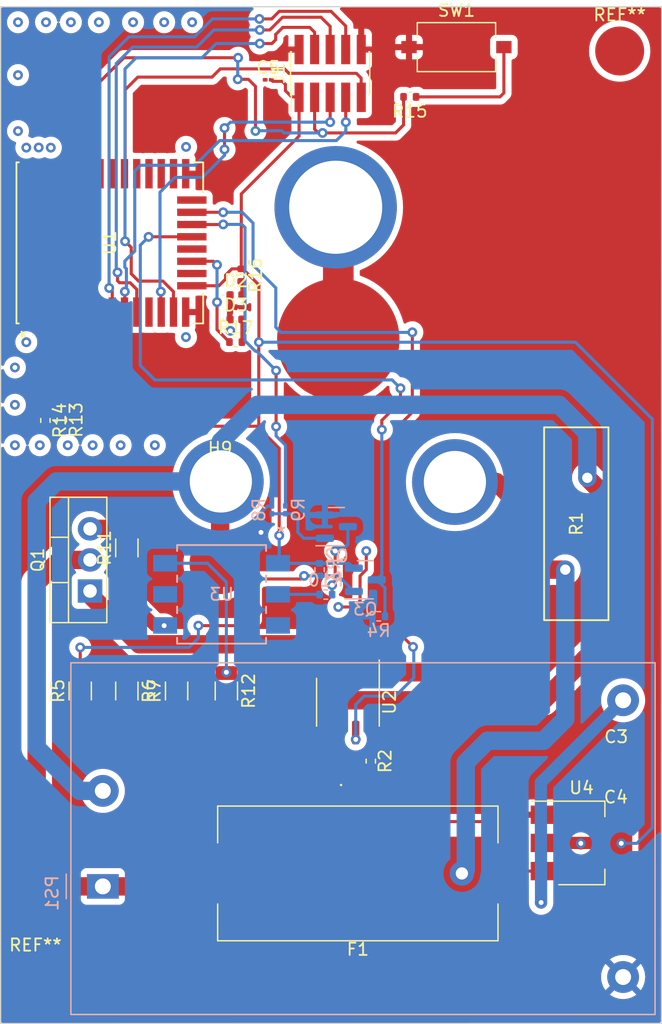
<source format=kicad_pcb>
(kicad_pcb (version 20221018) (generator pcbnew)
  (layers (0 "F.Cu" signal) (31 "B.Cu" signal) (34 "B.Paste" user) (35 "F.Paste" user) (36 "B.SilkS" user "B.Silkscreen") (37 "F.SilkS" user "F.Silkscreen") (38 "B.Mask" user) (39 "F.Mask" user) (44 "Edge.Cuts" user))
  (net 0 "")
  (net 15 "GND")
  (net 16 "+5v")
  (net 17 "Net-(U2-FILTER)")
  (net 18 "Net-(D1-A)")
  (net 19 "Phase_OUT")
  (net 20 "Neutral")
  (net 21 "Current_monitor")
  (net 22 "+3.3v")
  (net 23 "Phase_SCR")
  (net 24 "Phase_IN")
  (net 25 "Earth")
  (net 26 "Net-(Q1-G)")
  (net 27 "Net-(Q2-B)")
  (net 28 "Net-(Q2-C)")
  (net 29 "Net-(Q3-B)")
  (net 30 "ZCR_OUT")
  (net 31 "Net-(R5-Pad1)")
  (net 32 "Net-(R6-Pad1)")
  (net 33 "PWM_IN")
  (net 34 "Net-(U3-CATHODE)")
  (net 35 "Net-(R11-Pad1)")
  (net 36 "Net-(R12-Pad1)")
  (net 37 "Net-(D2-A)")
  (net 38 "Net-(D3-A)")
  (net 39 "PTI_FRAME")
  (net 40 "SWCLK")
  (net 41 "SWDIO")
  (net 42 "SW0")
  (net 43 "TX")
  (net 44 "RX")
  (net 45 "RESET")
  (net 46 "SCL")
  (net 47 "SDA")
  (net 48 "Net-(SW1A-B)")
  (net 49 "Status_led")
  (net 50 "PTI_DATA")
  (footprint "Button_Switch_SMD:SW_Tactile_SPST_NO_Straight_CK_PTS636Sx25SMTRLFS" (layer "F.Cu") (at 173.736 56.642)
    (fp_text reference "SW1")
    (fp_text value "SW_DPST_x2")
  )
  (footprint "Resistor_SMD:R_1206_3216Metric" (layer "F.Cu") (at 154.94 109.22 -90)
    (fp_text reference "R12")
    (fp_text value "330R")
  )
  (footprint "Mounting_Wuerth:Mounting_Wuerth_WA-SMSI-M1.6_H5mm_ThreadDepth2mm_NoNPTH_97730506330" (layer "F.Cu") (at 139.342183 132.922183)
    (fp_text reference "REF**")
    (fp_text value "Mounting_Wuerth_WA-SMSI-M1.6_H5mm_ThreadDepth2mm_NoNPTH_97730506330" hide)
  )
  (footprint "MountingHole:MountingHole_8.4mm_M8_Pad" (layer "F.Cu") (at 154.432 98.806)
    (fp_text reference "H9")
    (fp_text value "Neutral")
  )
  (footprint "MountingHole:MountingHole_8.4mm_M8_Pad" (layer "F.Cu") (at 173.61 92.16)
    (fp_text reference "H3" hide)
    (fp_text value "Phase_IN" hide)
  )
  (footprint "Package_SO:SOIC-8_3.9x4.9mm_P1.27mm" (layer "F.Cu") (at 164.87 110.14 -90)
    (fp_text reference "U2")
    (fp_text value "ACS712xLCTR-05B")
  )
  (footprint "Mounting_Wuerth:Mounting_Wuerth_WA-SMSI-M1.6_H5mm_ThreadDepth2mm_NoNPTH_97730506330" (layer "F.Cu") (at 187.07 56.96)
    (fp_text reference "REF**")
    (fp_text value "Mounting_Wuerth_WA-SMSI-M1.6_H5mm_ThreadDepth2mm_NoNPTH_97730506330" hide)
  )
  (footprint "Fuse:Fuseholder_Cylinder-5x20mm_Schurter_OGN-SMD_Horizontal_Open" (layer "F.Cu") (at 165.68 124.12 180)
    (fp_text reference "F1")
    (fp_text value "Polyfuse")
  )
  (footprint "MountingHole:MountingHole_8.4mm_M8_Pad" (layer "F.Cu") (at 164.084 80.518)
    (fp_text reference "H8")
    (fp_text value "Earth")
  )
  (footprint "Capacitor_SMD:C_01005_0402Metric" (layer "F.Cu") (at 163.576 115.57 180)
    (fp_text reference "C2" hide)
    (fp_text value "1nf")
  )
  (footprint "MountingHole:MountingHole_8.4mm_M8_Pad" (layer "F.Cu") (at 154.49 92.11)
    (fp_text reference "H2" hide)
    (fp_text value "Neutral" hide)
  )
  (footprint "LED_SMD:LED_0402_1005Metric" (layer "F.Cu") (at 155.725 76.89)
    (fp_text reference "D2")
    (fp_text value "LED")
  )
  (footprint "Capacitor_SMD:C_0201_0603Metric" (layer "F.Cu") (at 186.78 115.88)
    (fp_text reference "C4")
    (fp_text value "100nf")
  )
  (footprint "Capacitor_SMD:C_01005_0402Metric" (layer "F.Cu") (at 158.36 59.31)
    (fp_text reference "C5")
    (fp_text value "100nf")
  )
  (footprint "Resistor_SMD:R_0402_1005Metric" (layer "F.Cu") (at 156.16 75.26 -90)
    (fp_text reference "R16")
    (fp_text value "2.2k")
  )
  (footprint "LED_SMD:LED_0402_1005Metric" (layer "F.Cu") (at 165.4 116.9)
    (fp_text reference "D1" hide)
    (fp_text value "LED")
  )
  (footprint "Resistor_SMD:R_0402_1005Metric" (layer "F.Cu") (at 169.924 60.706 180)
    (fp_text reference "R15")
    (fp_text value "0R")
  )
  (footprint "Capacitor_SMD:C_01005_0402Metric" (layer "F.Cu") (at 165.07 115.63)
    (fp_text reference "C1" hide)
    (fp_text value "100nf")
  )
  (footprint "Resistor_SMD:R_1206_3216Metric" (layer "F.Cu") (at 143.002 109.22 90)
    (fp_text reference "R5")
    (fp_text value "270k")
  )
  (footprint "Resistor_SMD:R_0402_1005Metric" (layer "F.Cu") (at 140.16 87.13 -90)
    (fp_text reference "R14")
    (fp_text value "2.2k")
  )
  (footprint "var_custom:VARS_B72214S0271K101_TDK" (layer "F.Cu") (at 182.626 99.314 90)
    (fp_text reference "R1")
    (fp_text value "B72214S0271K101")
  )
  (footprint "MountingHole:MountingHole_8.4mm_M8_Pad" (layer "F.Cu") (at 173.736 98.806)
    (fp_text reference "H4" hide)
    (fp_text value "Phase_OUT" hide)
  )
  (footprint "Package_TO_SOT_SMD:SOT-223-3_TabPin2" (layer "F.Cu") (at 183.95 121.63)
    (fp_text reference "U4")
    (fp_text value "AMS1117-3.3")
  )
  (footprint "Capacitor_SMD:C_0201_0603Metric" (layer "F.Cu") (at 186.785 114.6 180)
    (fp_text reference "C3")
    (fp_text value "10uf")
  )
  (footprint "Resistor_SMD:R_0402_1005Metric" (layer "F.Cu") (at 155.7 80.73)
    (fp_text reference "R17")
    (fp_text value "2.2K")
  )
  (footprint "Resistor_SMD:R_1206_3216Metric" (layer "F.Cu") (at 146.812 97.536 90)
    (fp_text reference "R11")
    (fp_text value "100R")
  )
  (footprint "MountingHole:MountingHole_8.4mm_M8_Pad" (layer "F.Cu") (at 163.87 69.72)
    (fp_text reference "H1" hide)
    (fp_text value "Earth" hide)
  )
  (footprint "Resistor_SMD:R_1206_3216Metric" (layer "F.Cu") (at 146.812 109.22 -90)
    (fp_text reference "R6")
    (fp_text value "270k")
  )
  (footprint "Resistor_SMD:R_0402_1005Metric" (layer "F.Cu") (at 166.74 114.95 -90)
    (fp_text reference "R2")
    (fp_text value "1k" hide)
  )
  (footprint "Connector_PinHeader_1.27mm:PinHeader_2x05_P1.27mm_Vertical_SMD" (layer "F.Cu") (at 163.42 58.79 90)
    (fp_text reference "J1")
    (fp_text value "AVR-JTAG-10")
  )
  (footprint "Resistor_SMD:R_0402_1005Metric" (layer "F.Cu") (at 141.5 87.09 -90)
    (fp_text reference "R13")
    (fp_text value "2.2k")
  )
  (footprint "footprints:xGM240P" (layer "F.Cu") (at 145.42 72.63 90)
    (fp_text reference "U1")
    (fp_text value "MGM240PB32VNA3")
  )
  (footprint "Resistor_SMD:R_1206_3216Metric" (layer "F.Cu") (at 150.876 109.22 90)
    (fp_text reference "R7")
    (fp_text value "270k")
  )
  (footprint "Package_TO_SOT_THT:TO-220-3_Vertical" (layer "F.Cu") (at 143.805 101.06 90)
    (fp_text reference "Q1")
    (fp_text value "BTA12-800BWRG")
  )
  (footprint "LED_SMD:LED_0402_1005Metric" (layer "F.Cu") (at 155.725 78.88)
    (fp_text reference "D3")
    (fp_text value "LED")
  )
  (footprint "Package_TO_SOT_SMD:SOT-23" (layer "B.Cu") (at 166.2915 100.142)
    (fp_text reference "Q3")
    (fp_text value "2STR2160")
  )
  (footprint "Converter_ACDC:Converter_ACDC_HiLink_HLK-10Mxx" (layer "B.Cu") (at 144.85 125.18)
    (fp_text reference "PS1")
    (fp_text value "HLK-10M05" hide)
  )
  (footprint "Resistor_SMD:R_0402_1005Metric" (layer "B.Cu") (at 162.56 99.31 90)
    (fp_text reference "R3")
    (fp_text value "10k")
  )
  (footprint "Resistor_SMD:R_0201_0603Metric" (layer "B.Cu") (at 158.656 94.432 -90)
    (fp_text reference "R8")
    (fp_text value "10k")
  )
  (footprint "moc:MOC3021S_LTO" (layer "B.Cu") (at 154.55 101.33 180)
    (fp_text reference "U3")
    (fp_text value "MOC3021S")
  )
  (footprint "Package_TO_SOT_SMD:SOT-23" (layer "B.Cu") (at 163.93 95.8)
    (fp_text reference "Q2")
    (fp_text value "2STR1215")
  )
  (footprint "Resistor_SMD:R_0201_0603Metric" (layer "B.Cu") (at 159.766 94.422 90)
    (fp_text reference "R9")
    (fp_text value "1k")
  )
  (footprint "Resistor_SMD:R_0402_1005Metric" (layer "B.Cu") (at 163.068 101.346 180)
    (fp_text reference "R10")
    (fp_text value "220R")
  )
  (footprint "Resistor_SMD:R_0402_1005Metric" (layer "B.Cu") (at 167.386 103.124)
    (fp_text reference "R4")
    (fp_text value "10k")
  )
  (gr_rect (start 136.5 53.34) (end 190.5 136.38) (stroke (width 0.1)) (fill none) (layer "Edge.Cuts"))
  (segment (start 165.862 101.854) (end 165.354 102.362) (width 0.25) (layer "F.Cu") (net 0))
  (segment (start 165.862 99.822) (end 165.862 100.838) (width 0.25) (layer "F.Cu") (net 0))
  (segment (start 166.37 97.79) (end 166.37 99.314) (width 0.25) (layer "F.Cu") (net 0))
  (segment (start 165.862 100.838) (end 165.862 101.854) (width 0.25) (layer "F.Cu") (net 0))
  (segment (start 165.354 102.362) (end 164.084 102.362) (width 0.25) (layer "F.Cu") (net 0))
  (segment (start 166.37 99.314) (end 165.862 99.822) (width 0.25) (layer "F.Cu") (net 0))
  (via (at 166.37 97.79) (size 0.8) (drill 0.4) (layers "F.Cu" "B.Cu") (net 0))
  (via (at 137.922 63.5) (size 0.8) (drill 0.4) (layers "F.Cu" "B.Cu") (net 0))
  (via (at 139.61 64.84) (size 0.8) (drill 0.4) (layers "F.Cu" "B.Cu") (net 0))
  (via (at 137.668 85.852) (size 0.8) (drill 0.4) (layers "F.Cu" "B.Cu") (net 0))
  (via (at 139.7 89.154) (size 0.8) (drill 0.4) (layers "F.Cu" "B.Cu") (net 0))
  (via (at 137.668 89.154) (size 0.8) (drill 0.4) (layers "F.Cu" "B.Cu") (net 0))
  (via (at 144.018 89.154) (size 0.8) (drill 0.4) (layers "F.Cu" "B.Cu") (net 0))
  (via (at 144.526 54.61) (size 0.8) (drill 0.4) (layers "F.Cu" "B.Cu") (net 0))
  (via (at 140.6 64.85) (size 0.8) (drill 0.4) (layers "F.Cu" "B.Cu") (net 0))
  (via (at 140.208 54.61) (size 0.8) (drill 0.4) (layers "F.Cu" "B.Cu") (net 0))
  (via (at 147.32 54.61) (size 0.8) (drill 0.4) (layers "F.Cu" "B.Cu") (net 0))
  (via (at 138.6 80.74) (size 0.8) (drill 0.4) (layers "F.Cu" "B.Cu") (net 0))
  (via (at 137.922 54.61) (size 0.8) (drill 0.4) (layers "F.Cu" "B.Cu") (net 0))
  (via (at 164.084 102.362) (size 0.8) (drill 0.4) (layers "F.Cu" "B.Cu") (net 0))
  (via (at 149.86 54.61) (size 0.8) (drill 0.4) (layers "F.Cu" "B.Cu") (net 0))
  (via (at 149.098 89.154) (size 0.8) (drill 0.4) (layers "F.Cu" "B.Cu") (net 0))
  (via (at 151.65 64.79) (size 0.8) (drill 0.4) (layers "F.Cu" "B.Cu") (net 0))
  (via (at 151.64 80.32) (size 0.8) (drill 0.4) (layers "F.Cu" "B.Cu") (net 0))
  (via (at 138.6 64.85) (size 0.8) (drill 0.4) (layers "F.Cu" "B.Cu") (net 0))
  (via (at 137.668 82.804) (size 0.8) (drill 0.4) (layers "F.Cu" "B.Cu") (net 0))
  (via (at 146.304 89.154) (size 0.8) (drill 0.4) (layers "F.Cu" "B.Cu") (net 0))
  (via (at 142.24 54.61) (size 0.8) (drill 0.4) (layers "F.Cu" "B.Cu") (net 0))
  (via (at 141.986 89.154) (size 0.8) (drill 0.4) (layers "F.Cu" "B.Cu") (net 0))
  (via (at 152.146 54.61) (size 0.8) (drill 0.4) (layers "F.Cu" "B.Cu") (net 0))
  (via (at 137.922 58.928) (size 0.8) (drill 0.4) (layers "F.Cu" "B.Cu") (net 0))
  (segment (start 139.620001 66.980001) (end 140.619999 66.980001) (width 0.25) (layer "F.Cu") (net 15))
  (segment (start 155.24 76.89) (end 155.24 78.88) (width 0.25) (layer "F.Cu") (net 15))
  (segment (start 138.62 66.980001) (end 139.620001 66.980001) (width 0.25) (layer "F.Cu") (net 15))
  (via (at 155.27 79.81) (size 0.8) (drill 0.4) (layers "F.Cu" "B.Cu") (net 15))
  (via (at 157.77 96.27) (size 0.8) (drill 0.4) (layers "F.Cu" "B.Cu") (net 15))
  (segment (start 158.656 94.112) (end 158.318 94.112) (width 0.25) (layer "B.Cu") (net 15))
  (segment (start 157.73 94.7) (end 157.77 96.27) (width 0.25) (layer "B.Cu") (net 15))
  (segment (start 158.318 94.112) (end 158.14 94.29) (width 0.25) (layer "B.Cu") (net 15))
  (segment (start 157.77 96.27) (end 157.73 96.28) (width 0.25) (layer "B.Cu") (net 15))
  (segment (start 158.14 94.29) (end 157.73 94.7) (width 0.25) (layer "B.Cu") (net 15))
  (segment (start 180.65 126.5) (end 180.65 124.08) (width 1) (layer "F.Cu") (net 16))
  (segment (start 178.816 123.952) (end 178.838 123.93) (width 0.25) (layer "F.Cu") (net 16))
  (segment (start 177.038 119.888) (end 178.308 121.158) (width 0.25) (layer "F.Cu") (net 16))
  (segment (start 168.288 114.44) (end 170.688 116.84) (width 0.25) (layer "F.Cu") (net 16))
  (segment (start 178.308 123.444) (end 178.816 123.952) (width 0.25) (layer "F.Cu") (net 16))
  (segment (start 171.45 119.888) (end 177.038 119.888) (width 0.25) (layer "F.Cu") (net 16))
  (segment (start 180.65 124.08) (end 180.8 123.93) (width 1) (layer "F.Cu") (net 16))
  (segment (start 178.838 123.93) (end 180.8 123.93) (width 0.25) (layer "F.Cu") (net 16))
  (segment (start 166.74 114.44) (end 168.288 114.44) (width 0.25) (layer "F.Cu") (net 16))
  (segment (start 170.688 116.84) (end 170.688 119.126) (width 0.25) (layer "F.Cu") (net 16))
  (segment (start 178.308 121.158) (end 178.308 123.444) (width 0.25) (layer "F.Cu") (net 16))
  (segment (start 166.74 114.44) (end 165.976 114.44) (width 0.25) (layer "F.Cu") (net 16))
  (segment (start 165.345 115.071) (end 165.345 115.63) (width 0.25) (layer "F.Cu") (net 16))
  (segment (start 165.976 114.44) (end 165.345 115.071) (width 0.25) (layer "F.Cu") (net 16))
  (segment (start 166.775 114.405) (end 166.74 114.44) (width 0.25) (layer "F.Cu") (net 16))
  (segment (start 170.688 119.126) (end 171.45 119.888) (width 0.25) (layer "F.Cu") (net 16))
  (segment (start 166.775 112.615) (end 166.775 114.405) (width 0.25) (layer "F.Cu") (net 16))
  (via (at 180.65 126.5) (size 0.8) (drill 0.4) (layers "F.Cu" "B.Cu") (net 16))
  (segment (start 187.35 109.98) (end 180.63 116.7) (width 1) (layer "B.Cu") (net 16))
  (segment (start 180.63 116.7) (end 180.65 126.5) (width 1) (layer "B.Cu") (net 16))
  (segment (start 180.65 126.5) (end 180.63 126.49) (width 1) (layer "B.Cu") (net 16))
  (segment (start 163.301 114.575) (end 163.301 115.57) (width 0.25) (layer "F.Cu") (net 17))
  (segment (start 164.235 113.641) (end 163.301 114.575) (width 0.25) (layer "F.Cu") (net 17))
  (segment (start 164.235 112.615) (end 164.235 113.641) (width 0.25) (layer "F.Cu") (net 17))
  (segment (start 165.885 116.9) (end 166.31 116.9) (width 0.25) (layer "F.Cu") (net 18))
  (segment (start 166.74 116.47) (end 166.74 115.46) (width 0.25) (layer "F.Cu") (net 18))
  (segment (start 166.31 116.9) (end 166.74 116.47) (width 0.25) (layer "F.Cu") (net 18))
  (segment (start 147.828 105.41) (end 164.846 105.41) (width 1.5) (layer "F.Cu") (net 19))
  (segment (start 173.736 106.426) (end 172.466 107.696) (width 1.5) (layer "F.Cu") (net 19))
  (segment (start 173.736 98.806) (end 173.736 106.426) (width 1.5) (layer "F.Cu") (net 19))
  (segment (start 143.805 101.387) (end 147.828 105.41) (width 1.5) (layer "F.Cu") (net 19))
  (segment (start 166.116 106.172) (end 166.116 107.188) (width 1.5) (layer "F.Cu") (net 19))
  (segment (start 165.354 105.41) (end 166.116 106.172) (width 1.5) (layer "F.Cu") (net 19))
  (segment (start 172.466 107.696) (end 166.624 107.696) (width 1.5) (layer "F.Cu") (net 19))
  (segment (start 166.116 107.188) (end 166.116 107.95) (width 1.5) (layer "F.Cu") (net 19))
  (segment (start 164.846 105.41) (end 165.354 105.41) (width 1.5) (layer "F.Cu") (net 19))
  (segment (start 143.805 101.06) (end 143.805 101.387) (width 1.5) (layer "F.Cu") (net 19))
  (segment (start 166.624 107.696) (end 166.116 107.188) (width 1.5) (layer "F.Cu") (net 19))
  (segment (start 185.674 92.964) (end 185.674 105.156) (width 1.5) (layer "F.Cu") (net 20))
  (segment (start 165.608 109.982) (end 164.592 109.982) (width 1.5) (layer "F.Cu") (net 20))
  (segment (start 154.432 98.806) (end 154.432 92.168) (width 1.5) (layer "F.Cu") (net 20))
  (segment (start 180.848 109.982) (end 165.608 109.982) (width 1.5) (layer "F.Cu") (net 20))
  (segment (start 185.674 105.156) (end 181.61 109.22) (width 1.5) (layer "F.Cu") (net 20))
  (segment (start 163.576 108.966) (end 163.576 107.442) (width 1.5) (layer "F.Cu") (net 20))
  (segment (start 164.592 109.982) (end 163.576 108.966) (width 1.5) (layer "F.Cu") (net 20))
  (segment (start 154.432 92.168) (end 154.49 92.11) (width 1.5) (layer "F.Cu") (net 20))
  (segment (start 181.61 109.22) (end 180.848 109.982) (width 1.5) (layer "F.Cu") (net 20))
  (segment (start 184.426 91.814) (end 185.576 92.964) (width 1.5) (layer "F.Cu") (net 20))
  (segment (start 185.576 92.964) (end 185.674 92.964) (width 1.5) (layer "F.Cu") (net 20))
  (segment (start 182.118 85.852) (end 184.426 88.16) (width 1.5) (layer "B.Cu") (net 20))
  (segment (start 142.966 117.38) (end 139.446 113.86) (width 1.5) (layer "B.Cu") (net 20))
  (segment (start 141.062 92.11) (end 139.446 93.726) (width 1.5) (layer "B.Cu") (net 20))
  (segment (start 157.48 85.852) (end 182.118 85.852) (width 1.5) (layer "B.Cu") (net 20))
  (segment (start 154.49 88.842) (end 157.48 85.852) (width 1.5) (layer "B.Cu") (net 20))
  (segment (start 154.49 92.11) (end 141.062 92.11) (width 1.5) (layer "B.Cu") (net 20))
  (segment (start 144.85 117.38) (end 142.966 117.38) (width 1.5) (layer "B.Cu") (net 20))
  (segment (start 184.426 88.16) (end 184.426 91.814) (width 1.5) (layer "B.Cu") (net 20))
  (segment (start 154.49 92.11) (end 154.49 88.842) (width 1.5) (layer "B.Cu") (net 20))
  (segment (start 139.446 93.726) (end 139.446 113.86) (width 1.5) (layer "B.Cu") (net 20))
  (segment (start 170.13 79.93) (end 170.13 86.46) (width 0.25) (layer "F.Cu") (net 21))
  (segment (start 169.31 104.74) (end 170.19 105.62) (width 0.25) (layer "F.Cu") (net 21))
  (segment (start 169.31 87.28) (end 169.31 104.74) (width 0.25) (layer "F.Cu") (net 21))
  (segment (start 152.119999 70.13) (end 154.68 70.13) (width 0.25) (layer "F.Cu") (net 21))
  (segment (start 170.13 86.46) (end 169.31 87.28) (width 0.25) (layer "F.Cu") (net 21))
  (via (at 165.51 113.18) (size 0.8) (drill 0.4) (layers "F.Cu" "B.Cu") (net 21))
  (via (at 170.13 79.93) (size 0.8) (drill 0.4) (layers "F.Cu" "B.Cu") (net 21))
  (via (at 170.19 105.62) (size 0.8) (drill 0.4) (layers "F.Cu" "B.Cu") (net 21))
  (via (at 154.68 70.13) (size 0.8) (drill 0.4) (layers "F.Cu" "B.Cu") (net 21))
  (segment (start 158.98 78.55) (end 158.98 79.52) (width 0.25) (layer "B.Cu") (net 21))
  (segment (start 158.98 79.52) (end 159.4 79.94) (width 0.25) (layer "B.Cu") (net 21))
  (segment (start 168.75 109.64) (end 170.25 108.14) (width 0.25) (layer "B.Cu") (net 21))
  (segment (start 165.5 110.34) (end 166.2 109.64) (width 0.25) (layer "B.Cu") (net 21))
  (segment (start 159.4 79.94) (end 170.21 79.94) (width 0.25) (layer "B.Cu") (net 21))
  (segment (start 156.24 70.13) (end 156.25 70.14) (width 0.25) (layer "B.Cu") (net 21))
  (segment (start 157.12 71.01) (end 157.12 74.44) (width 0.25) (layer "B.Cu") (net 21))
  (segment (start 170.25 108.14) (end 170.25 105.68) (width 0.25) (layer "B.Cu") (net 21))
  (segment (start 170.25 105.68) (end 170.19 105.62) (width 0.25) (layer "B.Cu") (net 21))
  (segment (start 165.51 110.35) (end 165.5 110.34) (width 0.25) (layer "B.Cu") (net 21))
  (segment (start 158.98 76.3) (end 158.98 78.55) (width 0.25) (layer "B.Cu") (net 21))
  (segment (start 154.68 70.13) (end 156.24 70.13) (width 0.25) (layer "B.Cu") (net 21))
  (segment (start 165.51 113.18) (end 165.51 110.35) (width 0.25) (layer "B.Cu") (net 21))
  (segment (start 157.12 74.44) (end 158.98 76.3) (width 0.25) (layer "B.Cu") (net 21))
  (segment (start 166.2 109.64) (end 168.75 109.64) (width 0.25) (layer "B.Cu") (net 21))
  (segment (start 156.25 70.14) (end 157.12 71.01) (width 0.25) (layer "B.Cu") (net 21))
  (segment (start 160.274 60.706) (end 159.766 60.198) (width 0.25) (layer "F.Cu") (net 22))
  (segment (start 187.198 121.666) (end 187.136 121.63) (width 1) (layer "F.Cu") (net 22))
  (segment (start 156.29 74.75) (end 156.16 74.75) (width 0.25) (layer "F.Cu") (net 22))
  (segment (start 140.16 87.64) (end 141.46 87.64) (width 0.25) (layer "F.Cu") (net 22))
  (segment (start 157.6 76.06) (end 156.29 74.75) (width 0.25) (layer "F.Cu") (net 22))
  (segment (start 154.329999 76.130001) (end 154.88 75.58) (width 0.25) (layer "F.Cu") (net 22))
  (segment (start 158.635 59.335) (end 158.635 59.31) (width 0.25) (layer "F.Cu") (net 22))
  (segment (start 180.8 121.63) (end 183.86 121.63) (width 1) (layer "F.Cu") (net 22))
  (segment (start 155.39 74.75) (end 156.16 74.75) (width 0.25) (layer "F.Cu") (net 22))
  (segment (start 160.88 63.91) (end 156.16 68.63) (width 0.25) (layer "F.Cu") (net 22))
  (segment (start 159.766 60.198) (end 159.766 59.69) (width 0.25) (layer "F.Cu") (net 22))
  (segment (start 160.846 60.706) (end 160.274 60.706) (width 0.25) (layer "F.Cu") (net 22))
  (segment (start 158.242 88.392) (end 159.258 89.408) (width 0.25) (layer "F.Cu") (net 22))
  (segment (start 157.6 80.74) (end 157.59 80.75) (width 0.25) (layer "F.Cu") (net 22))
  (segment (start 186.46 114.605) (end 186.465 114.6) (width 0.25) (layer "F.Cu") (net 22))
  (segment (start 141.46 87.64) (end 141.5 87.6) (width 0.25) (layer "F.Cu") (net 22))
  (segment (start 183.86 121.63) (end 183.896 121.666) (width 1) (layer "F.Cu") (net 22))
  (segment (start 159.258 89.408) (end 159.258 96.52) (width 0.25) (layer "F.Cu") (net 22))
  (segment (start 187.136 121.63) (end 187.1 121.63) (width 1) (layer "F.Cu") (net 22))
  (segment (start 152.119999 76.130001) (end 154.329999 76.130001) (width 0.25) (layer "F.Cu") (net 22))
  (segment (start 158.736 59.436) (end 158.635 59.335) (width 0.25) (layer "F.Cu") (net 22))
  (segment (start 159.512 59.436) (end 158.736 59.436) (width 0.25) (layer "F.Cu") (net 22))
  (segment (start 183.932 121.63) (end 187.064 121.63) (width 1) (layer "F.Cu") (net 22))
  (segment (start 154.88 75.58) (end 154.88 75.26) (width 0.25) (layer "F.Cu") (net 22))
  (segment (start 157.45 87.6) (end 157.59 87.74) (width 0.25) (layer "F.Cu") (net 22))
  (segment (start 186.46 115.88) (end 186.46 120.99) (width 0.25) (layer "F.Cu") (net 22))
  (segment (start 183.896 121.666) (end 183.932 121.63) (width 1) (layer "F.Cu") (net 22))
  (segment (start 157.59 87.74) (end 158.242 88.392) (width 0.25) (layer "F.Cu") (net 22))
  (segment (start 154.88 75.26) (end 155.39 74.75) (width 0.25) (layer "F.Cu") (net 22))
  (segment (start 187.064 121.63) (end 187.198 121.666) (width 1) (layer "F.Cu") (net 22))
  (segment (start 141.5 87.6) (end 157.45 87.6) (width 0.25) (layer "F.Cu") (net 22))
  (segment (start 156.16 68.63) (end 156.16 74.75) (width 0.25) (layer "F.Cu") (net 22))
  (segment (start 157.59 80.75) (end 157.59 87.74) (width 0.25) (layer "F.Cu") (net 22))
  (segment (start 159.766 59.69) (end 159.512 59.436) (width 0.25) (layer "F.Cu") (net 22))
  (segment (start 157.6 80.74) (end 157.6 76.06) (width 0.25) (layer "F.Cu") (net 22))
  (segment (start 160.88 60.74) (end 160.88 63.91) (width 0.25) (layer "F.Cu") (net 22))
  (segment (start 186.46 120.99) (end 187.1 121.63) (width 0.25) (layer "F.Cu") (net 22))
  (segment (start 186.46 115.88) (end 186.46 114.605) (width 0.25) (layer "F.Cu") (net 22))
  (segment (start 160.88 60.74) (end 160.846 60.706) (width 0.25) (layer "F.Cu") (net 22))
  (via (at 157.6 80.74) (size 0.8) (drill 0.4) (layers "F.Cu" "B.Cu") (net 22))
  (via (at 183.896 121.666) (size 0.8) (drill 0.4) (layers "F.Cu" "B.Cu") (net 22))
  (via (at 187.198 121.666) (size 0.8) (drill 0.4) (layers "F.Cu" "B.Cu") (net 22))
  (via (at 159.258 96.52) (size 0.8) (drill 0.4) (layers "F.Cu" "B.Cu") (net 22))
  (segment (start 157.6 80.74) (end 183.46 80.74) (width 0.25) (layer "B.Cu") (net 22))
  (segment (start 159.258 98.6921) (end 159.1601 98.79) (width 0.25) (layer "B.Cu") (net 22))
  (segment (start 159.258 96.52) (end 159.258 98.6921) (width 0.25) (layer "B.Cu") (net 22))
  (segment (start 159.1701 98.8) (end 159.1601 98.79) (width 0.25) (layer "B.Cu") (net 22))
  (segment (start 189.738 87.018) (end 189.738 120.396) (width 0.25) (layer "B.Cu") (net 22))
  (segment (start 162.56 98.8) (end 159.1701 98.8) (width 0.25) (layer "B.Cu") (net 22))
  (segment (start 162.56 98.8) (end 164.962 98.8) (width 0.25) (layer "B.Cu") (net 22))
  (segment (start 188.468 121.666) (end 187.198 121.666) (width 0.25) (layer "B.Cu") (net 22))
  (segment (start 183.46 80.74) (end 189.738 87.018) (width 0.25) (layer "B.Cu") (net 22))
  (segment (start 164.962 98.8) (end 165.354 99.192) (width 0.25) (layer "B.Cu") (net 22))
  (segment (start 189.738 120.396) (end 188.468 121.666) (width 0.25) (layer "B.Cu") (net 22))
  (segment (start 141.305 98.52) (end 143.805 98.52) (width 1.5) (layer "F.Cu") (net 23))
  (segment (start 139.446 100.379) (end 141.305 98.52) (width 1.5) (layer "F.Cu") (net 23))
  (segment (start 141.78 125.18) (end 139.446 122.846) (width 1.5) (layer "F.Cu") (net 23))
  (segment (start 144.85 125.18) (end 156.12 125.18) (width 1.5) (layer "F.Cu") (net 23))
  (segment (start 144.85 125.18) (end 141.78 125.18) (width 1.5) (layer "F.Cu") (net 23))
  (segment (start 154.94 117.348) (end 154.94 110.6825) (width 1.5) (layer "F.Cu") (net 23))
  (segment (start 156.12 125.18) (end 157.18 124.12) (width 1.5) (layer "F.Cu") (net 23))
  (segment (start 157.18 124.12) (end 157.18 119.588) (width 1.5) (layer "F.Cu") (net 23))
  (segment (start 154.932 117.34) (end 154.94 117.348) (width 1.5) (layer "F.Cu") (net 23))
  (segment (start 139.446 122.846) (end 139.446 100.379) (width 1.5) (layer "F.Cu") (net 23))
  (segment (start 150.876 110.6825) (end 154.94 110.6825) (width 1.5) (layer "F.Cu") (net 23))
  (segment (start 157.18 119.588) (end 154.94 117.348) (width 1.5) (layer "F.Cu") (net 23))
  (segment (start 180.848 99.314) (end 182.626 99.314) (width 1.5) (layer "F.Cu") (net 24))
  (segment (start 179.07 94.234) (end 179.07 97.536) (width 1.5) (layer "F.Cu") (net 24))
  (segment (start 176.996 92.16) (end 179.07 94.234) (width 1.5) (layer "F.Cu") (net 24))
  (segment (start 179.07 97.536) (end 180.848 99.314) (width 1.5) (layer "F.Cu") (net 24))
  (segment (start 173.61 92.16) (end 176.996 92.16) (width 1.5) (layer "F.Cu") (net 24))
  (via (at 174.18 124.12) (size 2) (drill 1) (layers "F.Cu" "B.Cu") (net 24))
  (segment (start 176.276 113.284) (end 180.848 113.284) (width 1.5) (layer "B.Cu") (net 24))
  (segment (start 174.498 115.062) (end 176.276 113.284) (width 1.5) (layer "B.Cu") (net 24))
  (segment (start 180.848 113.284) (end 182.626 111.506) (width 1.5) (layer "B.Cu") (net 24))
  (segment (start 174.498 123.802) (end 174.498 115.062) (width 1.5) (layer "B.Cu") (net 24))
  (segment (start 182.626 111.506) (end 182.626 99.314) (width 1.5) (layer "B.Cu") (net 24))
  (segment (start 174.18 124.12) (end 174.498 123.802) (width 1.5) (layer "B.Cu") (net 24))
  (segment (start 164.084 80.518) (end 164.084 69.934) (width 2.5) (layer "F.Cu") (net 25))
  (segment (start 164.084 69.934) (end 163.87 69.72) (width 1.5) (layer "F.Cu") (net 25))
  (segment (start 143.805 95.98) (end 146.9725 95.98) (width 1.5) (layer "F.Cu") (net 26))
  (segment (start 146.9725 95.98) (end 147.066 96.0735) (width 1.5) (layer "F.Cu") (net 26))
  (segment (start 158.656 94.752) (end 159.756 94.752) (width 0.25) (layer "B.Cu") (net 27))
  (segment (start 161.314 96.75) (end 161.29 96.774) (width 0.25) (layer "B.Cu") (net 27))
  (segment (start 160.782 96.266) (end 161.29 96.774) (width 0.25) (layer "B.Cu") (net 27))
  (segment (start 159.756 94.752) (end 159.766 94.742) (width 0.25) (layer "B.Cu") (net 27))
  (segment (start 160.274 94.742) (end 160.782 95.25) (width 0.25) (layer "B.Cu") (net 27))
  (segment (start 159.766 94.742) (end 160.274 94.742) (width 0.25) (layer "B.Cu") (net 27))
  (segment (start 162.9925 96.75) (end 161.314 96.75) (width 0.25) (layer "B.Cu") (net 27))
  (segment (start 160.782 95.25) (end 160.782 96.266) (width 0.25) (layer "B.Cu") (net 27))
  (segment (start 163.83 100.33) (end 163.576 100.584) (width 0.25) (layer "F.Cu") (net 28))
  (segment (start 163.83 97.79) (end 163.83 100.33) (width 0.25) (layer "F.Cu") (net 28))
  (via (at 163.83 97.79) (size 0.8) (drill 0.4) (layers "F.Cu" "B.Cu") (net 28))
  (via (at 163.576 100.584) (size 0.8) (drill 0.4) (layers "F.Cu" "B.Cu") (net 28))
  (segment (start 164.084 97.536) (end 163.83 97.79) (width 0.25) (layer "B.Cu") (net 28))
  (segment (start 164.8675 95.8) (end 164.8675 97.2605) (width 0.25) (layer "B.Cu") (net 28))
  (segment (start 163.576 100.584) (end 163.576 101.344) (width 0.25) (layer "B.Cu") (net 28))
  (segment (start 163.576 101.344) (end 163.578 101.346) (width 0.25) (layer "B.Cu") (net 28))
  (segment (start 164.8675 97.2605) (end 164.592 97.536) (width 0.25) (layer "B.Cu") (net 28))
  (segment (start 164.592 97.536) (end 164.084 97.536) (width 0.25) (layer "B.Cu") (net 28))
  (segment (start 161.29 99.822) (end 161.036 100.076) (width 0.25) (layer "F.Cu") (net 29))
  (segment (start 157.226 103.378) (end 156.718 103.886) (width 0.25) (layer "F.Cu") (net 29))
  (segment (start 157.734 100.076) (end 157.226 100.584) (width 0.25) (layer "F.Cu") (net 29))
  (segment (start 156.718 103.886) (end 152.654 103.886) (width 0.25) (layer "F.Cu") (net 29))
  (segment (start 157.226 100.584) (end 157.226 103.378) (width 0.25) (layer "F.Cu") (net 29))
  (segment (start 161.036 100.076) (end 157.734 100.076) (width 0.25) (layer "F.Cu") (net 29))
  (segment (start 143.002 107.7575) (end 143.002 105.664) (width 0.25) (layer "F.Cu") (net 29))
  (via (at 152.654 103.886) (size 0.8) (drill 0.4) (layers "F.Cu" "B.Cu") (net 29))
  (via (at 143.002 105.664) (size 0.8) (drill 0.4) (layers "F.Cu" "B.Cu") (net 29))
  (via (at 161.29 99.822) (size 0.8) (drill 0.4) (layers "F.Cu" "B.Cu") (net 29))
  (segment (start 143.002 105.664) (end 151.892 105.664) (width 0.25) (layer "B.Cu") (net 29))
  (segment (start 165.354 101.092) (end 164.082 99.82) (width 0.25) (layer "B.Cu") (net 29))
  (segment (start 161.292 99.82) (end 161.29 99.822) (width 0.25) (layer "B.Cu") (net 29))
  (segment (start 162.56 99.82) (end 161.292 99.82) (width 0.25) (layer "B.Cu") (net 29))
  (segment (start 151.892 105.664) (end 152.654 104.902) (width 0.25) (layer "B.Cu") (net 29))
  (segment (start 152.654 104.902) (end 152.654 103.886) (width 0.25) (layer "B.Cu") (net 29))
  (segment (start 164.082 99.82) (end 162.56 99.82) (width 0.25) (layer "B.Cu") (net 29))
  (segment (start 167.64 87.122) (end 167.64 87.884) (width 0.25) (layer "F.Cu") (net 30))
  (segment (start 148.595999 72.130001) (end 148.59 72.136) (width 0.25) (layer "F.Cu") (net 30))
  (segment (start 152.119999 72.130001) (end 148.595999 72.130001) (width 0.25) (layer "F.Cu") (net 30))
  (segment (start 169.164 85.598) (end 167.64 87.122) (width 0.25) (layer "F.Cu") (net 30))
  (segment (start 169.164 84.502) (end 169.164 85.598) (width 0.25) (layer "F.Cu") (net 30))
  (via (at 169.164 84.502) (size 0.8) (drill 0.4) (layers "F.Cu" "B.Cu") (net 30))
  (via (at 148.59 72.136) (size 0.8) (drill 0.4) (layers "F.Cu" "B.Cu") (net 30))
  (via (at 167.64 87.884) (size 0.8) (drill 0.4) (layers "F.Cu" "B.Cu") (net 30))
  (segment (start 147.91 82.632) (end 147.91 72.816) (width 0.25) (layer "B.Cu") (net 30))
  (segment (start 167.64 87.884) (end 167.64 99.731) (width 0.25) (layer "B.Cu") (net 30))
  (segment (start 169.164 84.502) (end 168.482 83.82) (width 0.25) (layer "B.Cu") (net 30))
  (segment (start 167.64 99.731) (end 167.229 100.142) (width 0.25) (layer "B.Cu") (net 30))
  (segment (start 147.91 72.816) (end 148.59 72.136) (width 0.25) (layer "B.Cu") (net 30))
  (segment (start 167.896 100.809) (end 167.229 100.142) (width 0.25) (layer "B.Cu") (net 30))
  (segment (start 167.896 103.124) (end 167.896 100.809) (width 0.25) (layer "B.Cu") (net 30))
  (segment (start 149.098 83.82) (end 147.91 82.632) (width 0.25) (layer "B.Cu") (net 30))
  (segment (start 168.482 83.82) (end 149.098 83.82) (width 0.25) (layer "B.Cu") (net 30))
  (segment (start 143.002 110.6825) (end 146.812 110.6825) (width 1.5) (layer "F.Cu") (net 31))
  (segment (start 146.812 107.7575) (end 150.876 107.7575) (width 0.25) (layer "F.Cu") (net 32))
  (segment (start 159.004 83.058) (end 159.004 87.63) (width 0.25) (layer "F.Cu") (net 33))
  (segment (start 154.676 71.13) (end 154.686 71.12) (width 0.25) (layer "F.Cu") (net 33))
  (segment (start 152.119999 71.13) (end 154.676 71.13) (width 0.25) (layer "F.Cu") (net 33))
  (via (at 159.004 83.058) (size 0.8) (drill 0.4) (layers "F.Cu" "B.Cu") (net 33))
  (via (at 159.004 87.63) (size 0.8) (drill 0.4) (layers "F.Cu" "B.Cu") (net 33))
  (via (at 154.686 71.12) (size 0.8) (drill 0.4) (layers "F.Cu" "B.Cu") (net 33))
  (segment (start 159.766 94.102) (end 159.766 89.154) (width 0.25) (layer "B.Cu") (net 33))
  (segment (start 157.299695 81.465) (end 156.464 80.629305) (width 0.25) (layer "B.Cu") (net 33))
  (segment (start 159.004 83.058) (end 157.411 81.465) (width 0.25) (layer "B.Cu") (net 33))
  (segment (start 156.464 80.629305) (end 156.464 71.374) (width 0.25) (layer "B.Cu") (net 33))
  (segment (start 159.004 88.392) (end 159.004 87.63) (width 0.25) (layer "B.Cu") (net 33))
  (segment (start 159.766 89.154) (end 159.004 88.392) (width 0.25) (layer "B.Cu") (net 33))
  (segment (start 156.464 71.374) (end 156.21 71.12) (width 0.25) (layer "B.Cu") (net 33))
  (segment (start 156.21 71.12) (end 154.686 71.12) (width 0.25) (layer "B.Cu") (net 33))
  (segment (start 157.411 81.465) (end 157.299695 81.465) (width 0.25) (layer "B.Cu") (net 33))
  (segment (start 159.1601 101.33) (end 162.542 101.33) (width 0.25) (layer "B.Cu") (net 34))
  (segment (start 162.542 101.33) (end 162.558 101.346) (width 0.25) (layer "B.Cu") (net 34))
  (segment (start 147.066 98.9985) (end 147.066 101.854) (width 1) (layer "F.Cu") (net 35))
  (segment (start 147.066 101.854) (end 147.574 102.362) (width 1) (layer "F.Cu") (net 35))
  (segment (start 149.098 103.886) (end 149.86 103.886) (width 1) (layer "F.Cu") (net 35))
  (segment (start 147.574 102.362) (end 149.098 103.886) (width 1) (layer "F.Cu") (net 35))
  (via (at 149.86 103.886) (size 0.8) (drill 0.4) (layers "F.Cu" "B.Cu") (net 35))
  (via (at 154.94 107.696) (size 0.8) (drill 0.4) (layers "F.Cu" "B.Cu") (net 36))
  (segment (start 153.4 98.79) (end 154.94 100.33) (width 0.25) (layer "B.Cu") (net 36))
  (segment (start 149.9399 98.79) (end 153.4 98.79) (width 0.25) (layer "B.Cu") (net 36))
  (segment (start 154.94 100.33) (end 154.94 107.696) (width 0.25) (layer "B.Cu") (net 36))
  (segment (start 156.21 75.82) (end 156.16 75.77) (width 0.25) (layer "F.Cu") (net 37))
  (segment (start 156.21 76.89) (end 156.21 75.82) (width 0.25) (layer "F.Cu") (net 37))
  (segment (start 156.21 78.88) (end 156.21 80.73) (width 0.25) (layer "F.Cu") (net 38))
  (segment (start 146.67 66.930001) (end 146.62 66.980001) (width 0.25) (layer "F.Cu") (net 39))
  (segment (start 159.69 58.42) (end 154.44 58.42) (width 0.25) (layer "F.Cu") (net 39))
  (segment (start 160.05 58.78) (end 159.69 58.42) (width 0.25) (layer "F.Cu") (net 39))
  (segment (start 153.77 59.09) (end 147.71 59.09) (width 0.25) (layer "F.Cu") (net 39))
  (segment (start 165.96 59.89) (end 165.95 59.88) (width 0.25) (layer "F.Cu") (net 39))
  (segment (start 154.44 58.42) (end 153.77 59.09) (width 0.25) (layer "F.Cu") (net 39))
  (segment (start 165.95 59.17) (end 165.56 58.78) (width 0.25) (layer "F.Cu") (net 39))
  (segment (start 165.56 58.78) (end 160.05 58.78) (width 0.25) (layer "F.Cu") (net 39))
  (segment (start 165.95 59.88) (end 165.95 59.17) (width 0.25) (layer "F.Cu") (net 39))
  (segment (start 147.71 59.09) (end 146.67 60.13) (width 0.25) (layer "F.Cu") (net 39))
  (segment (start 165.96 60.74) (end 165.96 59.89) (width 0.25) (layer "F.Cu") (net 39))
  (segment (start 146.67 60.13) (end 146.67 66.930001) (width 0.25) (layer "F.Cu") (net 39))
  (segment (start 145.619999 78.279999) (end 145.619999 76.559999) (width 0.25) (layer "F.Cu") (net 40))
  (segment (start 164.69 56.84) (end 164.69 54.92) (width 0.25) (layer "F.Cu") (net 40))
  (segment (start 164.69 54.92) (end 163.49 53.72) (width 0.25) (layer "F.Cu") (net 40))
  (segment (start 145.619999 76.559999) (end 145.37 76.31) (width 0.25) (layer "F.Cu") (net 40))
  (segment (start 157.64 54.34) (end 158.64 54.34) (width 0.25) (layer "F.Cu") (net 40))
  (segment (start 163.49 53.72) (end 159.26 53.72) (width 0.25) (layer "F.Cu") (net 40))
  (segment (start 159.26 53.72) (end 158.665 54.315) (width 0.25) (layer "F.Cu") (net 40))
  (segment (start 158.64 54.34) (end 158.665 54.315) (width 0.25) (layer "F.Cu") (net 40))
  (via (at 145.37 76.31) (size 0.8) (drill 0.4) (layers "F.Cu" "B.Cu") (net 40))
  (via (at 157.64 54.34) (size 0.8) (drill 0.4) (layers "F.Cu" "B.Cu") (net 40))
  (segment (start 152.34 55.8) (end 147.34 55.8) (width 0.25) (layer "B.Cu") (net 40))
  (segment (start 147.34 55.8) (end 146.99 55.8) (width 0.25) (layer "B.Cu") (net 40))
  (segment (start 157.64 54.34) (end 153.8 54.34) (width 0.25) (layer "B.Cu") (net 40))
  (segment (start 146.99 55.8) (end 145.36 57.43) (width 0.25) (layer "B.Cu") (net 40))
  (segment (start 145.36 57.43) (end 145.36 76.25) (width 0.25) (layer "B.Cu") (net 40))
  (segment (start 153.8 54.34) (end 152.78 55.36) (width 0.25) (layer "B.Cu") (net 40))
  (segment (start 152.78 55.36) (end 152.34 55.8) (width 0.25) (layer "B.Cu") (net 40))
  (segment (start 146.647337 76.61) (end 146.647337 78.252662) (width 0.25) (layer "F.Cu") (net 41))
  (segment (start 146.647337 78.252662) (end 146.62 78.279999) (width 0.25) (layer "F.Cu") (net 41))
  (segment (start 164.69 60.74) (end 164.69 62.76) (width 0.25) (layer "F.Cu") (net 41))
  (segment (start 164.69 62.76) (end 164.7 62.77) (width 0.25) (layer "F.Cu") (net 41))
  (via (at 146.647337 76.61) (size 0.8) (drill 0.4) (layers "F.Cu" "B.Cu") (net 41))
  (via (at 164.7 62.77) (size 0.8) (drill 0.4) (layers "F.Cu" "B.Cu") (net 41))
  (segment (start 164.7 63.5) (end 163.925 64.275) (width 0.25) (layer "B.Cu") (net 41))
  (segment (start 147.46 73.3) (end 146.647337 74.112663) (width 0.25) (layer "B.Cu") (net 41))
  (segment (start 163.925 64.275) (end 154.395 64.275) (width 0.25) (layer "B.Cu") (net 41))
  (segment (start 146.647337 74.612032) (end 146.775 74.739695) (width 0.25) (layer "B.Cu") (net 41))
  (segment (start 147.93 66.29) (end 147.46 66.76) (width 0.25) (layer "B.Cu") (net 41))
  (segment (start 147.46 66.76) (end 147.46 73.3) (width 0.25) (layer "B.Cu") (net 41))
  (segment (start 146.775 76.482337) (end 146.647337 76.61) (width 0.25) (layer "B.Cu") (net 41))
  (segment (start 164.7 62.77) (end 164.7 63.5) (width 0.25) (layer "B.Cu") (net 41))
  (segment (start 146.775 74.739695) (end 146.775 76.482337) (width 0.25) (layer "B.Cu") (net 41))
  (segment (start 154.395 64.275) (end 152.38 66.29) (width 0.25) (layer "B.Cu") (net 41))
  (segment (start 152.38 66.29) (end 147.93 66.29) (width 0.25) (layer "B.Cu") (net 41))
  (segment (start 146.647337 74.112663) (end 146.647337 74.612032) (width 0.25) (layer "B.Cu") (net 41))
  (segment (start 159.53 54.2) (end 162.67 54.2) (width 0.25) (layer "F.Cu") (net 42))
  (segment (start 162.67 54.2) (end 163.42 54.95) (width 0.25) (layer "F.Cu") (net 42))
  (segment (start 157.67 55.24) (end 158.49 55.24) (width 0.25) (layer "F.Cu") (net 42))
  (segment (start 146.05 75.72) (end 146.215 75.885) (width 0.25) (layer "F.Cu") (net 42))
  (segment (start 146.05 75.04) (end 146.05 75.72) (width 0.25) (layer "F.Cu") (net 42))
  (segment (start 147.62 76.424695) (end 147.62 78.279999) (width 0.25) (layer "F.Cu") (net 42))
  (segment (start 146.215 75.885) (end 147.080305 75.885) (width 0.25) (layer "F.Cu") (net 42))
  (segment (start 158.49 55.24) (end 159.53 54.2) (width 0.25) (layer "F.Cu") (net 42))
  (segment (start 163.42 54.95) (end 163.42 56.84) (width 0.25) (layer "F.Cu") (net 42))
  (segment (start 147.080305 75.885) (end 147.62 76.424695) (width 0.25) (layer "F.Cu") (net 42))
  (via (at 146.05 75.04) (size 0.8) (drill 0.4) (layers "F.Cu" "B.Cu") (net 42))
  (via (at 157.67 55.24) (size 0.8) (drill 0.4) (layers "F.Cu" "B.Cu") (net 42))
  (segment (start 145.945 57.985) (end 147.29 56.64) (width 0.25) (layer "B.Cu") (net 42))
  (segment (start 153.92 55.24) (end 157.67 55.24) (width 0.25) (layer "B.Cu") (net 42))
  (segment (start 147.29 56.64) (end 152.52 56.64) (width 0.25) (layer "B.Cu") (net 42))
  (segment (start 152.52 56.64) (end 153.92 55.24) (width 0.25) (layer "B.Cu") (net 42))
  (segment (start 145.945 74.935) (end 145.945 57.985) (width 0.25) (layer "B.Cu") (net 42))
  (segment (start 146.05 75.04) (end 145.945 74.935) (width 0.25) (layer "B.Cu") (net 42))
  (segment (start 149.59 78.25) (end 149.619999 78.279999) (width 0.25) (layer "F.Cu") (net 43))
  (segment (start 149.59 76.61) (end 149.59 78.25) (width 0.25) (layer "F.Cu") (net 43))
  (segment (start 154.79 63.25) (end 154.79 65) (width 0.25) (layer "F.Cu") (net 43))
  (segment (start 163.42 60.74) (end 163.42 62.77) (width 0.25) (layer "F.Cu") (net 43))
  (via (at 149.59 76.61) (size 0.8) (drill 0.4) (layers "F.Cu" "B.Cu") (net 43))
  (via (at 154.79 65) (size 0.8) (drill 0.4) (layers "F.Cu" "B.Cu") (net 43))
  (via (at 163.42 62.77) (size 0.8) (drill 0.4) (layers "F.Cu" "B.Cu") (net 43))
  (via (at 154.79 63.25) (size 0.8) (drill 0.4) (layers "F.Cu" "B.Cu") (net 43))
  (segment (start 154.79 65.48) (end 152.99 67.28) (width 0.25) (layer "B.Cu") (net 43))
  (segment (start 149.52 76.54) (end 149.59 76.61) (width 0.25) (layer "B.Cu") (net 43))
  (segment (start 155.27 62.77) (end 154.79 63.25) (width 0.25) (layer "B.Cu") (net 43))
  (segment (start 152.99 67.28) (end 150.73 67.28) (width 0.25) (layer "B.Cu") (net 43))
  (segment (start 149.52 68.49) (end 149.52 76.54) (width 0.25) (layer "B.Cu") (net 43))
  (segment (start 163.42 62.77) (end 155.27 62.77) (width 0.25) (layer "B.Cu") (net 43))
  (segment (start 150.73 67.28) (end 149.52 68.49) (width 0.25) (layer "B.Cu") (net 43))
  (segment (start 154.79 65) (end 154.79 65.48) (width 0.25) (layer "B.Cu") (net 43))
  (segment (start 149.755305 75.75) (end 150.619999 76.614694) (width 0.25) (layer "F.Cu") (net 44))
  (segment (start 159.55 55.03) (end 158.98 55.6) (width 0.25) (layer "F.Cu") (net 44))
  (segment (start 157.67 56.35) (end 158.66 56.35) (width 0.25) (layer "F.Cu") (net 44))
  (segment (start 147.77 75.75) (end 149.755305 75.75) (width 0.25) (layer "F.Cu") (net 44))
  (segment (start 147.17 75.15) (end 147.77 75.75) (width 0.25) (layer "F.Cu") (net 44))
  (segment (start 158.98 55.6) (end 158.97 55.6) (width 0.25) (layer "F.Cu") (net 44))
  (segment (start 150.619999 76.614694) (end 150.619999 78.279999) (width 0.25) (layer "F.Cu") (net 44))
  (segment (start 147.17 73) (end 147.17 75.15) (width 0.25) (layer "F.Cu") (net 44))
  (segment (start 158.97 55.6) (end 158.97 56.04) (width 0.25) (layer "F.Cu") (net 44))
  (segment (start 162.15 55.43) (end 161.75 55.03) (width 0.25) (layer "F.Cu") (net 44))
  (segment (start 158.97 56.04) (end 158.66 56.35) (width 0.25) (layer "F.Cu") (net 44))
  (segment (start 162.15 56.84) (end 162.15 55.43) (width 0.25) (layer "F.Cu") (net 44))
  (segment (start 146.67 72.5) (end 147.17 73) (width 0.25) (layer "F.Cu") (net 44))
  (segment (start 161.75 55.03) (end 159.55 55.03) (width 0.25) (layer "F.Cu") (net 44))
  (via (at 157.67 56.35) (size 0.8) (drill 0.4) (layers "F.Cu" "B.Cu") (net 44))
  (via (at 146.67 72.5) (size 0.8) (drill 0.4) (layers "F.Cu" "B.Cu") (net 44))
  (segment (start 154.11 56.35) (end 152.94 57.52) (width 0.25) (layer "B.Cu") (net 44))
  (segment (start 146.66 58.42) (end 146.66 72.51) (width 0.25) (layer "B.Cu") (net 44))
  (segment (start 146.79 58.29) (end 146.66 58.42) (width 0.25) (layer "B.Cu") (net 44))
  (segment (start 147.78 57.52) (end 147.56 57.52) (width 0.25) (layer "B.Cu") (net 44))
  (segment (start 157.67 56.35) (end 154.12 56.35) (width 0.25) (layer "B.Cu") (net 44))
  (segment (start 154.12 56.35) (end 154.11 56.35) (width 0.25) (layer "B.Cu") (net 44))
  (segment (start 152.94 57.52) (end 147.78 57.52) (width 0.25) (layer "B.Cu") (net 44))
  (segment (start 147.56 57.52) (end 146.79 58.29) (width 0.25) (layer "B.Cu") (net 44))
  (segment (start 162.15 60.74) (end 162.15 63.344) (width 0.25) (layer "F.Cu") (net 45))
  (segment (start 155.9 57.51) (end 146.57 57.51) (width 0.25) (layer "F.Cu") (net 45))
  (segment (start 143.62 60.46) (end 143.62 66.980001) (width 0.25) (layer "F.Cu") (net 45))
  (segment (start 162.456 63.65) (end 168.76 63.65) (width 0.25) (layer "F.Cu") (net 45))
  (segment (start 162.15 63.344) (end 162.456 63.65) (width 0.25) (layer "F.Cu") (net 45))
  (segment (start 146.57 57.51) (end 143.62 60.46) (width 0.25) (layer "F.Cu") (net 45))
  (segment (start 169.418 62.992) (end 169.414 62.988) (width 0.25) (layer "F.Cu") (net 45))
  (segment (start 162.15 63.344) (end 162.15 63.246) (width 0.25) (layer "F.Cu") (net 45))
  (segment (start 169.414 62.988) (end 169.414 60.706) (width 0.25) (layer "F.Cu") (net 45))
  (segment (start 168.76 63.65) (end 169.418 62.992) (width 0.25) (layer "F.Cu") (net 45))
  (segment (start 156.74 59.27) (end 155.87 59.27) (width 0.25) (layer "F.Cu") (net 45))
  (segment (start 157.32 63.49) (end 157.32 59.85) (width 0.25) (layer "F.Cu") (net 45))
  (segment (start 157.32 59.85) (end 156.74 59.27) (width 0.25) (layer "F.Cu") (net 45))
  (via (at 157.32 63.49) (size 0.8) (drill 0.4) (layers "F.Cu" "B.Cu") (net 45))
  (via (at 155.9 57.51) (size 0.8) (drill 0.4) (layers "F.Cu" "B.Cu") (net 45))
  (via (at 162.8 63.65) (size 0.8) (drill 0.4) (layers "F.Cu" "B.Cu") (net 45))
  (via (at 155.87 59.27) (size 0.8) (drill 0.4) (layers "F.Cu" "B.Cu") (net 45))
  (segment (start 159.47 63.47) (end 159.65 63.65) (width 0.25) (layer "B.Cu") (net 45))
  (segment (start 155.87 59.27) (end 155.87 57.54) (width 0.25) (layer "B.Cu") (net 45))
  (segment (start 155.87 57.54) (end 155.9 57.51) (width 0.25) (layer "B.Cu") (net 45))
  (segment (start 159.65 63.65) (end 162.8 63.65) (width 0.25) (layer "B.Cu") (net 45))
  (segment (start 157.34 63.47) (end 159.47 63.47) (width 0.25) (layer "B.Cu") (net 45))
  (segment (start 157.32 63.49) (end 157.34 63.47) (width 0.25) (layer "B.Cu") (net 45))
  (segment (start 141.46 85.21) (end 141.46 86.49) (width 0.25) (layer "F.Cu") (net 46))
  (segment (start 140.95 84.7) (end 141.46 85.21) (width 0.25) (layer "F.Cu") (net 46))
  (segment (start 140.619999 84.369999) (end 140.95 84.7) (width 0.25) (layer "F.Cu") (net 46))
  (segment (start 140.619999 78.279999) (end 140.619999 84.369999) (width 0.25) (layer "F.Cu") (net 46))
  (segment (start 139.620001 86.080001) (end 140.16 86.62) (width 0.25) (layer "F.Cu") (net 47))
  (segment (start 139.620001 78.279999) (end 139.620001 86.080001) (width 0.25) (layer "F.Cu") (net 47))
  (segment (start 177.292 60.706) (end 170.434 60.706) (width 0.25) (layer "F.Cu") (net 48))
  (segment (start 177.611 56.642) (end 177.611 60.387) (width 0.25) (layer "F.Cu") (net 48))
  (segment (start 177.611 60.387) (end 177.292 60.706) (width 0.25) (layer "F.Cu") (net 48))
  (segment (start 153.886 74.13) (end 154.178 74.422) (width 0.25) (layer "F.Cu") (net 49))
  (segment (start 154.178 79.718) (end 155.19 80.73) (width 0.25) (layer "F.Cu") (net 49))
  (segment (start 152.119999 74.13) (end 153.886 74.13) (width 0.25) (layer "F.Cu") (net 49))
  (segment (start 154.178 77.47) (end 154.178 79.718) (width 0.25) (layer "F.Cu") (net 49))
  (via (at 154.178 77.47) (size 0.8) (drill 0.4) (layers "F.Cu" "B.Cu") (net 49))
  (via (at 154.178 74.422) (size 0.8) (drill 0.4) (layers "F.Cu" "B.Cu") (net 49))
  (segment (start 154.178 74.422) (end 154.178 77.47) (width 0.25) (layer "B.Cu") (net 49))
  (zone (net 15) (net_name "GND") (layers "F&B.Cu") (connect_pads (clearance 0.5)) (min_thickness 0.25) (fill yes (thermal_gap 0.5) (thermal_bridge_width 0.5))
    (polygon (pts (xy 136.55 53.39) (xy 190.45 53.39) (xy 190.43 136.32) (xy 136.55 136.33)))
  )
)
</source>
